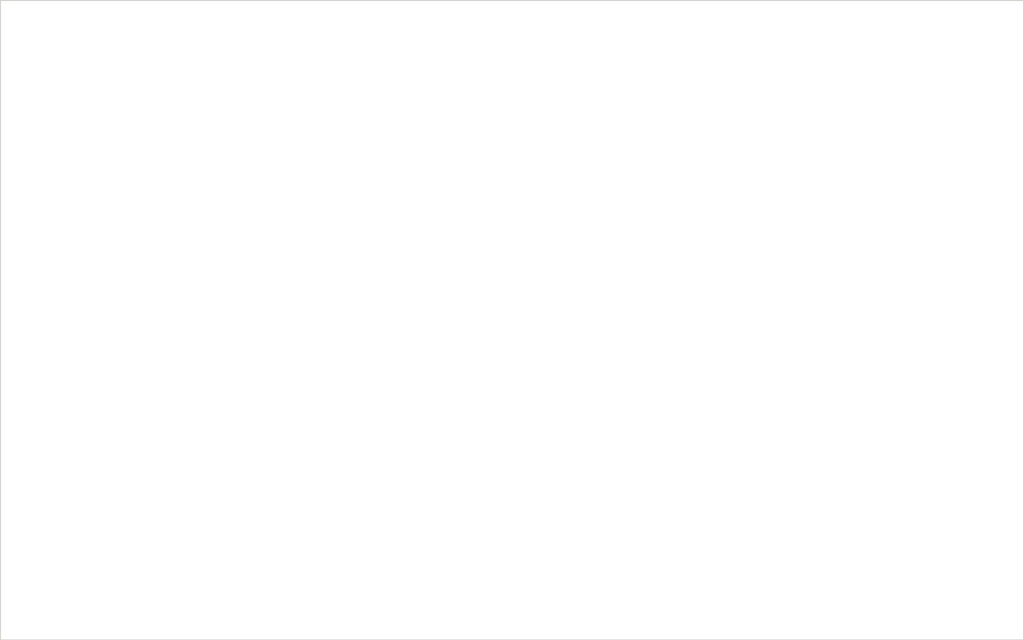
<source format=kicad_pcb>
(kicad_pcb
	(version 20241229)
	(generator "pcbnew")
	(generator_version "9.0")
	(general
		(thickness 1.6)
		(legacy_teardrops no)
	)
	(paper "A4")
	(title_block
		(title "65x Bus VIA I/O Card (W65C22)")
		(date "2026-01-05")
		(rev "0.1")
		(company "65x Bus Project")
		(comment 1 "WDC W65C22 VIA Parallel I/O Card")
		(comment 2 "160mm x 100mm Eurocard 3U")
	)
	(layers
		(0 "F.Cu" signal)
		(2 "B.Cu" signal)
		(9 "F.Adhes" user "F.Adhesive")
		(11 "B.Adhes" user "B.Adhesive")
		(13 "F.Paste" user)
		(15 "B.Paste" user)
		(5 "F.SilkS" user "F.Silkscreen")
		(7 "B.SilkS" user "B.Silkscreen")
		(1 "F.Mask" user)
		(3 "B.Mask" user)
		(17 "Dwgs.User" user "User.Drawings")
		(19 "Cmts.User" user "User.Comments")
		(21 "Eco1.User" user "User.Eco1")
		(23 "Eco2.User" user "User.Eco2")
		(25 "Edge.Cuts" user)
		(27 "Margin" user)
		(31 "F.CrtYd" user "F.Courtyard")
		(29 "B.CrtYd" user "B.Courtyard")
		(35 "F.Fab" user)
		(33 "B.Fab" user)
		(39 "User.1" user)
		(41 "User.2" user)
		(43 "User.3" user)
		(45 "User.4" user)
		(47 "User.5" user)
		(49 "User.6" user)
		(51 "User.7" user)
		(53 "User.8" user)
		(55 "User.9" user)
	)
	(setup
		(pad_to_mask_clearance 0)
		(allow_soldermask_bridges_in_footprints no)
		(tenting front back)
		(pcbplotparams
			(layerselection 0x00000000_00000000_55555555_5755f5ff)
			(plot_on_all_layers_selection 0x00000000_00000000_00000000_00000000)
			(disableapertmacros no)
			(usegerberextensions no)
			(usegerberattributes yes)
			(usegerberadvancedattributes yes)
			(creategerberjobfile yes)
			(dashed_line_dash_ratio 12.000000)
			(dashed_line_gap_ratio 3.000000)
			(svgprecision 4)
			(plotframeref no)
			(mode 1)
			(useauxorigin no)
			(hpglpennumber 1)
			(hpglpenspeed 20)
			(hpglpendiameter 15.000000)
			(pdf_front_fp_property_popups yes)
			(pdf_back_fp_property_popups yes)
			(pdf_metadata yes)
			(pdf_single_document no)
			(dxfpolygonmode yes)
			(dxfimperialunits yes)
			(dxfusepcbnewfont yes)
			(psnegative no)
			(psa4output no)
			(plot_black_and_white yes)
			(sketchpadsonfab no)
			(plotpadnumbers no)
			(hidednponfab no)
			(sketchdnponfab yes)
			(crossoutdnponfab yes)
			(subtractmaskfromsilk no)
			(outputformat 1)
			(mirror no)
			(drillshape 1)
			(scaleselection 1)
			(outputdirectory "")
		)
	)
	(net 0 "")
	(gr_rect
		(start 0 0)
		(end 160 100)
		(stroke
			(width 0.15)
			(type default)
		)
		(fill no)
		(layer "Edge.Cuts")
		(uuid "00000000-0000-0000-0000-000000000002")
	)
	(embedded_fonts no)
)

</source>
